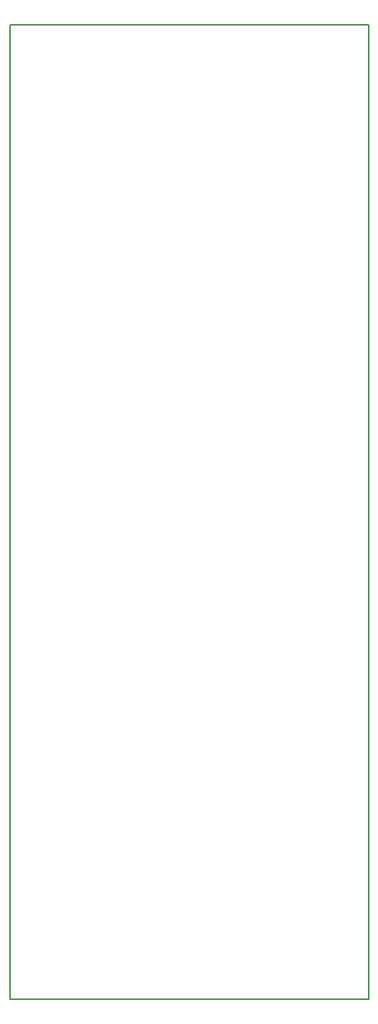
<source format=gbr>
%TF.GenerationSoftware,KiCad,Pcbnew,6.0.5-a6ca702e91~116~ubuntu22.04.1*%
%TF.CreationDate,2022-06-08T16:41:22-07:00*%
%TF.ProjectId,HEAR,48454152-2e6b-4696-9361-645f70636258,2.1*%
%TF.SameCoordinates,Original*%
%TF.FileFunction,Profile,NP*%
%FSLAX46Y46*%
G04 Gerber Fmt 4.6, Leading zero omitted, Abs format (unit mm)*
G04 Created by KiCad (PCBNEW 6.0.5-a6ca702e91~116~ubuntu22.04.1) date 2022-06-08 16:41:22*
%MOMM*%
%LPD*%
G01*
G04 APERTURE LIST*
%TA.AperFunction,Profile*%
%ADD10C,0.150000*%
%TD*%
G04 APERTURE END LIST*
D10*
X39300000Y-106500000D02*
X0Y-106500000D01*
X0Y-106500000D02*
X0Y0D01*
X0Y0D02*
X39300000Y0D01*
X39300000Y0D02*
X39300000Y-106500000D01*
M02*

</source>
